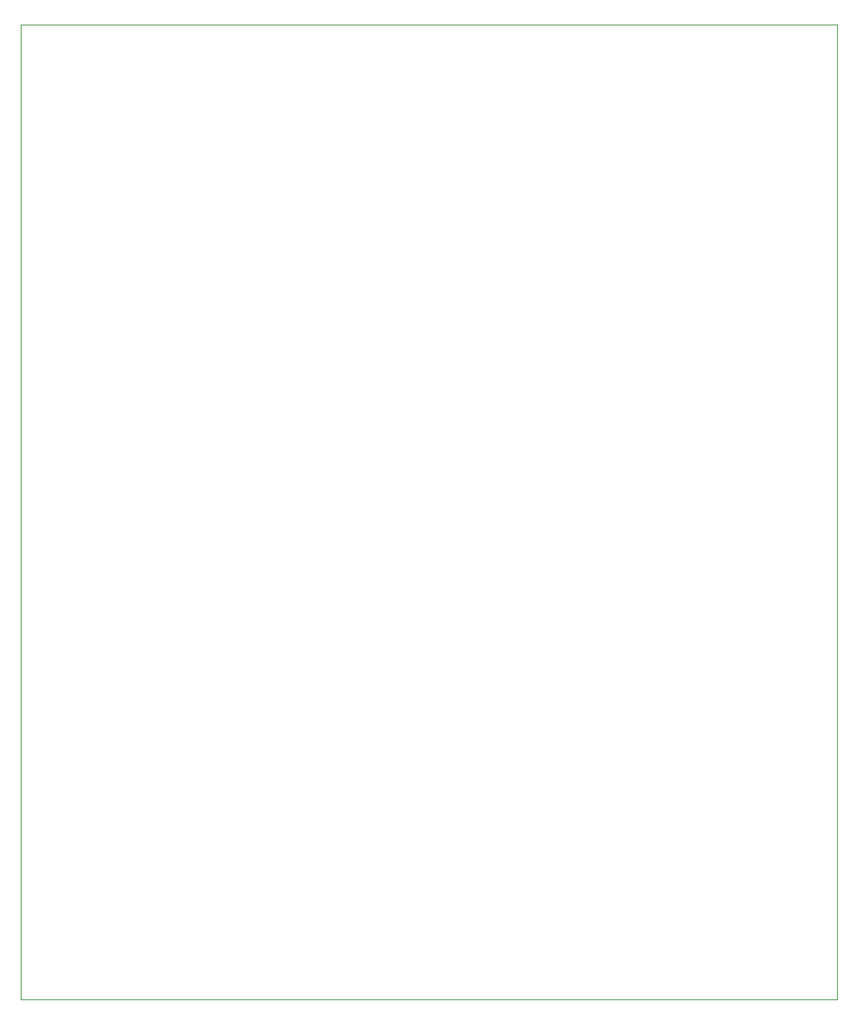
<source format=gm1>
%FSLAX25Y25*%
%MOIN*%
G70*
G01*
G75*
G04 Layer_Color=16711935*
%ADD10R,0.06693X0.04528*%
%ADD11R,0.07087X0.07087*%
G04:AMPARAMS|DCode=12|XSize=19.69mil|YSize=23.62mil|CornerRadius=4.92mil|HoleSize=0mil|Usage=FLASHONLY|Rotation=90.000|XOffset=0mil|YOffset=0mil|HoleType=Round|Shape=RoundedRectangle|*
%AMROUNDEDRECTD12*
21,1,0.01969,0.01378,0,0,90.0*
21,1,0.00984,0.02362,0,0,90.0*
1,1,0.00984,0.00689,0.00492*
1,1,0.00984,0.00689,-0.00492*
1,1,0.00984,-0.00689,-0.00492*
1,1,0.00984,-0.00689,0.00492*
%
%ADD12ROUNDEDRECTD12*%
%ADD13R,0.04528X0.06693*%
%ADD14C,0.07874*%
%ADD15R,0.02362X0.02362*%
%ADD16R,0.08661X0.05709*%
%ADD17C,0.03937*%
%ADD18C,0.01772*%
%ADD19R,0.47441X0.07874*%
%ADD20R,0.02362X0.02362*%
%ADD21R,0.02362X0.07087*%
G04:AMPARAMS|DCode=22|XSize=19.69mil|YSize=23.62mil|CornerRadius=4.92mil|HoleSize=0mil|Usage=FLASHONLY|Rotation=180.000|XOffset=0mil|YOffset=0mil|HoleType=Round|Shape=RoundedRectangle|*
%AMROUNDEDRECTD22*
21,1,0.01969,0.01378,0,0,180.0*
21,1,0.00984,0.02362,0,0,180.0*
1,1,0.00984,-0.00492,0.00689*
1,1,0.00984,0.00492,0.00689*
1,1,0.00984,0.00492,-0.00689*
1,1,0.00984,-0.00492,-0.00689*
%
%ADD22ROUNDEDRECTD22*%
%ADD23R,0.03740X0.01378*%
%ADD24R,0.01378X0.03740*%
%ADD25R,0.12992X0.12992*%
%ADD26R,0.04528X0.07087*%
%ADD27R,0.01969X0.07874*%
%ADD28R,0.14488X0.05000*%
%ADD29R,0.05512X0.03937*%
%ADD30R,0.03937X0.05512*%
%ADD31R,0.05709X0.08661*%
%ADD32R,0.12992X0.12992*%
%ADD33R,0.04331X0.10236*%
%ADD34R,0.10236X0.04331*%
%ADD35R,0.05512X0.04331*%
%ADD36R,0.04331X0.05512*%
%ADD37C,0.00500*%
%ADD38C,0.01000*%
%ADD39C,0.00800*%
%ADD40C,0.01969*%
%ADD41C,0.01500*%
%ADD42C,0.01200*%
%ADD43C,0.00600*%
%ADD44C,0.02000*%
%ADD45C,0.03740*%
%ADD46R,0.07874X0.07874*%
%ADD47C,0.31496*%
%ADD48C,0.06496*%
%ADD49C,0.05800*%
%ADD50C,0.01940*%
%ADD51C,0.05000*%
%ADD52C,0.02598*%
%ADD53C,0.04000*%
%ADD54C,0.05740*%
%ADD55C,0.06134*%
%ADD56C,0.17000*%
%ADD57C,0.06600*%
%ADD58C,0.08102*%
%ADD59C,0.08000*%
%ADD60C,0.03969*%
%ADD61C,0.03000*%
%ADD62C,0.04800*%
%ADD63C,0.00394*%
%ADD64C,0.00400*%
%ADD65C,0.03299*%
%ADD66C,0.05000*%
%ADD67R,0.01600X0.08500*%
%ADD68R,0.71000X0.02000*%
%ADD69C,0.00984*%
%ADD70C,0.02362*%
%ADD71C,0.00787*%
%ADD72R,0.09095X0.09095*%
%ADD73R,0.09095X0.09095*%
%ADD74R,0.06893X0.04728*%
%ADD75R,0.07287X0.07287*%
G04:AMPARAMS|DCode=76|XSize=21.69mil|YSize=25.62mil|CornerRadius=5.42mil|HoleSize=0mil|Usage=FLASHONLY|Rotation=90.000|XOffset=0mil|YOffset=0mil|HoleType=Round|Shape=RoundedRectangle|*
%AMROUNDEDRECTD76*
21,1,0.02169,0.01478,0,0,90.0*
21,1,0.01084,0.02562,0,0,90.0*
1,1,0.01084,0.00739,0.00542*
1,1,0.01084,0.00739,-0.00542*
1,1,0.01084,-0.00739,-0.00542*
1,1,0.01084,-0.00739,0.00542*
%
%ADD76ROUNDEDRECTD76*%
%ADD77R,0.04728X0.06893*%
%ADD78C,0.15748*%
%ADD79R,0.02562X0.02562*%
%ADD80R,0.08861X0.05909*%
%ADD81C,0.07874*%
%ADD82C,0.01972*%
%ADD83R,0.47241X0.07674*%
%ADD84R,0.02562X0.02562*%
%ADD85R,0.02562X0.07287*%
G04:AMPARAMS|DCode=86|XSize=21.69mil|YSize=25.62mil|CornerRadius=5.42mil|HoleSize=0mil|Usage=FLASHONLY|Rotation=180.000|XOffset=0mil|YOffset=0mil|HoleType=Round|Shape=RoundedRectangle|*
%AMROUNDEDRECTD86*
21,1,0.02169,0.01478,0,0,180.0*
21,1,0.01084,0.02562,0,0,180.0*
1,1,0.01084,-0.00542,0.00739*
1,1,0.01084,0.00542,0.00739*
1,1,0.01084,0.00542,-0.00739*
1,1,0.01084,-0.00542,-0.00739*
%
%ADD86ROUNDEDRECTD86*%
%ADD87R,0.03940X0.01578*%
%ADD88R,0.01578X0.03940*%
%ADD89R,0.13192X0.13192*%
%ADD90R,0.04728X0.07287*%
%ADD91R,0.02169X0.08074*%
%ADD92R,0.14688X0.05200*%
%ADD93R,0.05712X0.04137*%
%ADD94R,0.04137X0.05712*%
%ADD95R,0.05909X0.08861*%
%ADD96R,0.13192X0.13192*%
%ADD97R,0.04531X0.10436*%
%ADD98R,0.10436X0.04531*%
%ADD99R,0.05712X0.04531*%
%ADD100R,0.04531X0.05712*%
%ADD101C,0.31696*%
%ADD102C,0.00200*%
%ADD103C,0.06696*%
%ADD104C,0.06000*%
%ADD105C,0.04137*%
%ADD106R,0.01800X0.08700*%
%ADD107R,0.71200X0.02200*%
%ADD108C,0.00000*%
D108*
X0Y0D02*
X354331D01*
Y422835D01*
X0Y0D02*
Y422835D01*
X354331D01*
M02*

</source>
